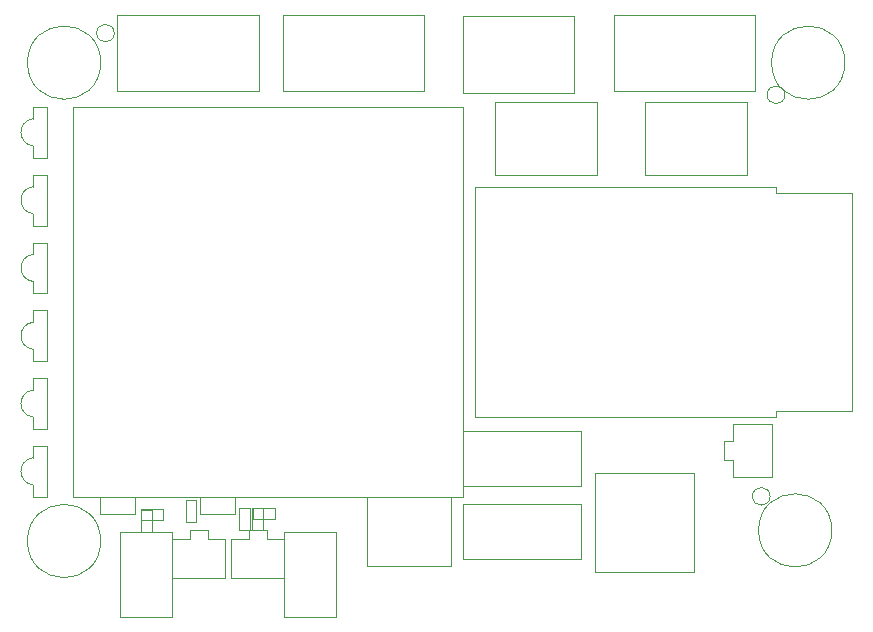
<source format=gbr>
%TF.GenerationSoftware,KiCad,Pcbnew,5.1.10-6.fc34*%
%TF.CreationDate,2021-09-22T18:19:27+02:00*%
%TF.ProjectId,mowi,6d6f7769-2e6b-4696-9361-645f70636258,v1.0*%
%TF.SameCoordinates,Original*%
%TF.FileFunction,Other,User*%
%FSLAX46Y46*%
G04 Gerber Fmt 4.6, Leading zero omitted, Abs format (unit mm)*
G04 Created by KiCad (PCBNEW 5.1.10-6.fc34) date 2021-09-22 18:19:27*
%MOMM*%
%LPD*%
G01*
G04 APERTURE LIST*
%ADD10C,0.050000*%
G04 APERTURE END LIST*
D10*
%TO.C,J7*%
X147300000Y-62040000D02*
X156700000Y-62040000D01*
X147300000Y-68540000D02*
X147300000Y-62040000D01*
X156700000Y-68540000D02*
X147300000Y-68540000D01*
X156700000Y-62040000D02*
X156700000Y-68540000D01*
%TO.C,SW1*%
X139150000Y-102750000D02*
X146250000Y-102750000D01*
X139150000Y-108650000D02*
X146250000Y-108650000D01*
X139150000Y-108650000D02*
X139150000Y-102750000D01*
X146250000Y-102750000D02*
X146250000Y-108650000D01*
%TO.C,D7*%
X110850000Y-102750000D02*
X112050000Y-102750000D01*
X110850000Y-102750000D02*
X110850000Y-101740000D01*
X110850000Y-98450000D02*
X110850000Y-99460000D01*
X110850000Y-98450000D02*
X112050000Y-98450000D01*
X112050000Y-102750000D02*
X112050000Y-98450000D01*
X110850000Y-101740000D02*
G75*
G02*
X110850000Y-99460000I150000J1140000D01*
G01*
%TO.C,D6*%
X110850000Y-97010000D02*
X112050000Y-97010000D01*
X110850000Y-97010000D02*
X110850000Y-96000000D01*
X110850000Y-92710000D02*
X110850000Y-93720000D01*
X110850000Y-92710000D02*
X112050000Y-92710000D01*
X112050000Y-97010000D02*
X112050000Y-92710000D01*
X110850000Y-96000000D02*
G75*
G02*
X110850000Y-93720000I150000J1140000D01*
G01*
%TO.C,D5*%
X110850000Y-91270000D02*
X112050000Y-91270000D01*
X110850000Y-91270000D02*
X110850000Y-90260000D01*
X110850000Y-86970000D02*
X110850000Y-87980000D01*
X110850000Y-86970000D02*
X112050000Y-86970000D01*
X112050000Y-91270000D02*
X112050000Y-86970000D01*
X110850000Y-90260000D02*
G75*
G02*
X110850000Y-87980000I150000J1140000D01*
G01*
%TO.C,D4*%
X110850000Y-85530000D02*
X112050000Y-85530000D01*
X110850000Y-85530000D02*
X110850000Y-84520000D01*
X110850000Y-81230000D02*
X110850000Y-82240000D01*
X110850000Y-81230000D02*
X112050000Y-81230000D01*
X112050000Y-85530000D02*
X112050000Y-81230000D01*
X110850000Y-84520000D02*
G75*
G02*
X110850000Y-82240000I150000J1140000D01*
G01*
%TO.C,D3*%
X110850000Y-79790000D02*
X112050000Y-79790000D01*
X110850000Y-79790000D02*
X110850000Y-78780000D01*
X110850000Y-75490000D02*
X110850000Y-76500000D01*
X110850000Y-75490000D02*
X112050000Y-75490000D01*
X112050000Y-79790000D02*
X112050000Y-75490000D01*
X110850000Y-78780000D02*
G75*
G02*
X110850000Y-76500000I150000J1140000D01*
G01*
%TO.C,D2*%
X110850000Y-74050000D02*
X112050000Y-74050000D01*
X110850000Y-74050000D02*
X110850000Y-73040000D01*
X110850000Y-69750000D02*
X110850000Y-70760000D01*
X110850000Y-69750000D02*
X112050000Y-69750000D01*
X112050000Y-74050000D02*
X112050000Y-69750000D01*
X110850000Y-73040000D02*
G75*
G02*
X110850000Y-70760000I150000J1140000D01*
G01*
%TO.C,J10*%
X162710000Y-69365000D02*
X162710000Y-75515000D01*
X171360000Y-69365000D02*
X162710000Y-69365000D01*
X171360000Y-75515000D02*
X171360000Y-69365000D01*
X162710000Y-75515000D02*
X171360000Y-75515000D01*
%TO.C,J8*%
X150010000Y-69365000D02*
X150010000Y-75515000D01*
X158660000Y-69365000D02*
X150010000Y-69365000D01*
X158660000Y-75515000D02*
X158660000Y-69365000D01*
X150010000Y-75515000D02*
X158660000Y-75515000D01*
%TO.C,J5*%
X118245000Y-112905000D02*
X118245000Y-105710000D01*
X122635000Y-112905000D02*
X118245000Y-112905000D01*
X122635000Y-105710000D02*
X122635000Y-112905000D01*
X118245000Y-105710000D02*
X122635000Y-105710000D01*
%TO.C,J3*%
X132155000Y-112905000D02*
X132155000Y-105710000D01*
X136545000Y-112905000D02*
X132155000Y-112905000D01*
X136545000Y-105710000D02*
X136545000Y-112905000D01*
X132155000Y-105710000D02*
X136545000Y-105710000D01*
%TO.C,U23*%
X114250000Y-69750000D02*
X114250000Y-102750000D01*
X147250000Y-102750000D02*
X114250000Y-102750000D01*
X147250000Y-102750000D02*
X147250000Y-69750000D01*
X114250000Y-69750000D02*
X147250000Y-69750000D01*
%TO.C,U1*%
X173750000Y-95500000D02*
X180220000Y-95500000D01*
X173750000Y-95500000D02*
X173750000Y-96000000D01*
X173750000Y-76500000D02*
X173750000Y-77000000D01*
X180220000Y-77000000D02*
X173750000Y-77000000D01*
X173750000Y-96000000D02*
X148320000Y-96000000D01*
X173750000Y-76500000D02*
X148320000Y-76500000D01*
X148320000Y-76500000D02*
X148320000Y-96000000D01*
X180220000Y-77000000D02*
X180220000Y-95500000D01*
%TO.C,SW3*%
X147250000Y-103350000D02*
X157250000Y-103350000D01*
X157250000Y-108050000D02*
X157250000Y-103350000D01*
X157250000Y-108050000D02*
X147250000Y-108050000D01*
X147250000Y-103350000D02*
X147250000Y-108050000D01*
%TO.C,SW2*%
X147250000Y-97150000D02*
X157250000Y-97150000D01*
X157250000Y-101850000D02*
X157250000Y-97150000D01*
X157250000Y-101850000D02*
X147250000Y-101850000D01*
X147250000Y-97150000D02*
X147250000Y-101850000D01*
%TO.C,FID3*%
X173280000Y-102720000D02*
G75*
G03*
X173280000Y-102720000I-750000J0D01*
G01*
%TO.C,FID2*%
X117750000Y-63500000D02*
G75*
G03*
X117750000Y-63500000I-750000J0D01*
G01*
%TO.C,FID1*%
X174530000Y-68720000D02*
G75*
G03*
X174530000Y-68720000I-750000J0D01*
G01*
%TO.C,J4*%
X129120000Y-106350000D02*
X127650000Y-106350000D01*
X127650000Y-106350000D02*
X127650000Y-109650000D01*
X129120000Y-106350000D02*
X129120000Y-105600000D01*
X130680000Y-106350000D02*
X132150000Y-106350000D01*
X130680000Y-106350000D02*
X130680000Y-105600000D01*
X132150000Y-106350000D02*
X132150000Y-109650000D01*
X129120000Y-105600000D02*
X130680000Y-105600000D01*
X132150000Y-109650000D02*
X127650000Y-109650000D01*
%TO.C,J6*%
X124120000Y-106350000D02*
X122650000Y-106350000D01*
X122650000Y-106350000D02*
X122650000Y-109650000D01*
X124120000Y-106350000D02*
X124120000Y-105600000D01*
X125680000Y-106350000D02*
X127150000Y-106350000D01*
X125680000Y-106350000D02*
X125680000Y-105600000D01*
X127150000Y-106350000D02*
X127150000Y-109650000D01*
X124120000Y-105600000D02*
X125680000Y-105600000D01*
X127150000Y-109650000D02*
X122650000Y-109650000D01*
%TO.C,J1*%
X170150000Y-99605000D02*
X170150000Y-101075000D01*
X170150000Y-101075000D02*
X173450000Y-101075000D01*
X170150000Y-99605000D02*
X169400000Y-99605000D01*
X170150000Y-98045000D02*
X170150000Y-96575000D01*
X170150000Y-98045000D02*
X169400000Y-98045000D01*
X170150000Y-96575000D02*
X173450000Y-96575000D01*
X169400000Y-99605000D02*
X169400000Y-98045000D01*
X173450000Y-96575000D02*
X173450000Y-101075000D01*
%TO.C,R14*%
X130370000Y-105600000D02*
X129430000Y-105600000D01*
X129430000Y-105600000D02*
X129430000Y-103740000D01*
X129430000Y-103740000D02*
X130370000Y-103740000D01*
X130370000Y-103740000D02*
X130370000Y-105600000D01*
%TO.C,R13*%
X131340000Y-103690000D02*
X131340000Y-104630000D01*
X131340000Y-104630000D02*
X129480000Y-104630000D01*
X129480000Y-104630000D02*
X129480000Y-103690000D01*
X129480000Y-103690000D02*
X131340000Y-103690000D01*
%TO.C,R16*%
X121880000Y-103800000D02*
X121880000Y-104740000D01*
X121880000Y-104740000D02*
X120020000Y-104740000D01*
X120020000Y-104740000D02*
X120020000Y-103800000D01*
X120020000Y-103800000D02*
X121880000Y-103800000D01*
%TO.C,R15*%
X120910000Y-105710000D02*
X119970000Y-105710000D01*
X119970000Y-105710000D02*
X119970000Y-103850000D01*
X119970000Y-103850000D02*
X120910000Y-103850000D01*
X120910000Y-103850000D02*
X120910000Y-105710000D01*
%TO.C,L2*%
X125020000Y-104230000D02*
X125020000Y-102770000D01*
X125020000Y-102770000D02*
X127980000Y-102770000D01*
X127980000Y-102770000D02*
X127980000Y-104230000D01*
X127980000Y-104230000D02*
X125020000Y-104230000D01*
%TO.C,L1*%
X116520000Y-104230000D02*
X116520000Y-102770000D01*
X116520000Y-102770000D02*
X119480000Y-102770000D01*
X119480000Y-102770000D02*
X119480000Y-104230000D01*
X119480000Y-104230000D02*
X116520000Y-104230000D01*
%TO.C,D1*%
X128310000Y-103715000D02*
X129250000Y-103715000D01*
X129250000Y-103715000D02*
X129250000Y-105575000D01*
X129250000Y-105575000D02*
X128310000Y-105575000D01*
X128310000Y-105575000D02*
X128310000Y-103715000D01*
%TO.C,C8*%
X123790000Y-103070000D02*
X124710000Y-103070000D01*
X124710000Y-103070000D02*
X124710000Y-104890000D01*
X124710000Y-104890000D02*
X123790000Y-104890000D01*
X123790000Y-104890000D02*
X123790000Y-103070000D01*
%TO.C,J2*%
X166795000Y-109100000D02*
X158455000Y-109100000D01*
X166795000Y-109100000D02*
X166795000Y-100760000D01*
X158455000Y-100760000D02*
X158455000Y-109100000D01*
X158455000Y-100760000D02*
X166795000Y-100760000D01*
%TO.C,J11*%
X171980000Y-68400000D02*
X171980000Y-62000000D01*
X171980000Y-62000000D02*
X160020000Y-62000000D01*
X160020000Y-62000000D02*
X160020000Y-68400000D01*
X160020000Y-68400000D02*
X171980000Y-68400000D01*
%TO.C,J9*%
X143980000Y-68400000D02*
X143980000Y-62000000D01*
X143980000Y-62000000D02*
X132020000Y-62000000D01*
X132020000Y-62000000D02*
X132020000Y-68400000D01*
X132020000Y-68400000D02*
X143980000Y-68400000D01*
%TO.C,J14*%
X129980000Y-68400000D02*
X129980000Y-62000000D01*
X129980000Y-62000000D02*
X118020000Y-62000000D01*
X118020000Y-62000000D02*
X118020000Y-68400000D01*
X118020000Y-68400000D02*
X129980000Y-68400000D01*
%TO.C,MH4*%
X178500000Y-105600000D02*
G75*
G03*
X178500000Y-105600000I-3100000J0D01*
G01*
%TO.C,MH3*%
X116600000Y-106500000D02*
G75*
G03*
X116600000Y-106500000I-3100000J0D01*
G01*
%TO.C,MH2*%
X116600000Y-66000000D02*
G75*
G03*
X116600000Y-66000000I-3100000J0D01*
G01*
%TO.C,MH1*%
X179600000Y-66000000D02*
G75*
G03*
X179600000Y-66000000I-3100000J0D01*
G01*
%TD*%
M02*

</source>
